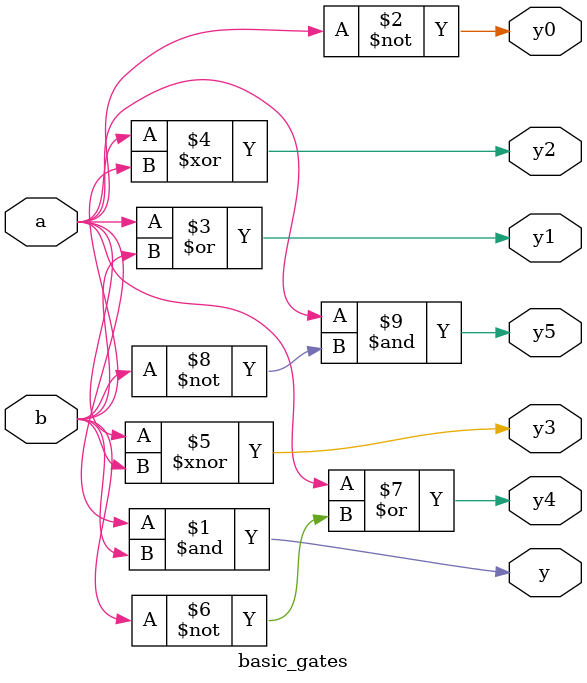
<source format=v>
module basic_gates(
input a,b,
output y,y0,y1,y2,y3,y4,y5
    );
    assign y= a&b;
    assign y0=~a;
    assign y1= a|b;
      assign y2= a^b;
       assign y3=a^~b;
       assign y4= a|~b;
       assign y5=a&~b;
endmodule
</source>
